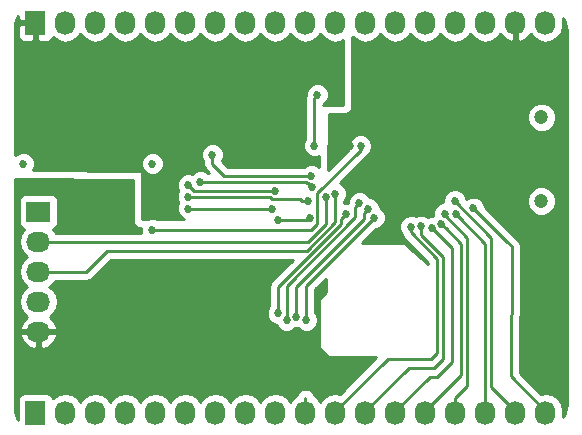
<source format=gbl>
%TF.GenerationSoftware,KiCad,Pcbnew,4.0.5-e0-6337~49~ubuntu16.04.1*%
%TF.CreationDate,2017-08-14T14:58:42-07:00*%
%TF.ProjectId,atsamd21g18-breakout,617473616D6432316731382D62726561,1.0*%
%TF.FileFunction,Copper,L2,Bot,Signal*%
%FSLAX46Y46*%
G04 Gerber Fmt 4.6, Leading zero omitted, Abs format (unit mm)*
G04 Created by KiCad (PCBNEW 4.0.5-e0-6337~49~ubuntu16.04.1) date Mon Aug 14 14:58:42 2017*
%MOMM*%
%LPD*%
G01*
G04 APERTURE LIST*
%ADD10C,0.350000*%
%ADD11C,1.200000*%
%ADD12R,1.727200X2.032000*%
%ADD13O,1.727200X2.032000*%
%ADD14R,2.032000X1.727200*%
%ADD15O,2.032000X1.727200*%
%ADD16C,0.685800*%
%ADD17C,0.254000*%
%ADD18C,0.330200*%
%ADD19C,0.350000*%
G04 APERTURE END LIST*
D10*
D11*
X64897000Y-44717200D03*
X64897000Y-37617200D03*
D12*
X22072600Y-29616400D03*
D13*
X24612600Y-29616400D03*
X27152600Y-29616400D03*
X29692600Y-29616400D03*
X32232600Y-29616400D03*
X34772600Y-29616400D03*
X37312600Y-29616400D03*
X39852600Y-29616400D03*
X42392600Y-29616400D03*
X44932600Y-29616400D03*
X47472600Y-29616400D03*
X50012600Y-29616400D03*
X52552600Y-29616400D03*
X55092600Y-29616400D03*
X57632600Y-29616400D03*
X60172600Y-29616400D03*
X62712600Y-29616400D03*
X65252600Y-29616400D03*
D12*
X22072600Y-62636400D03*
D13*
X24612600Y-62636400D03*
X27152600Y-62636400D03*
X29692600Y-62636400D03*
X32232600Y-62636400D03*
X34772600Y-62636400D03*
X37312600Y-62636400D03*
X39852600Y-62636400D03*
X42392600Y-62636400D03*
X44932600Y-62636400D03*
X47472600Y-62636400D03*
X50012600Y-62636400D03*
X52552600Y-62636400D03*
X55092600Y-62636400D03*
X57632600Y-62636400D03*
X60172600Y-62636400D03*
X62712600Y-62636400D03*
X65252600Y-62636400D03*
D14*
X22326600Y-45618400D03*
D15*
X22326600Y-48158400D03*
X22326600Y-50698400D03*
X22326600Y-53238400D03*
X22326600Y-55778400D03*
D16*
X31978600Y-41554400D03*
X21056600Y-41554400D03*
X48996600Y-42824400D03*
X50647600Y-44221400D03*
X51155600Y-34315400D03*
X28422600Y-43586400D03*
X49250600Y-59080400D03*
X46202600Y-60604400D03*
X30962600Y-54762400D03*
X33248600Y-53746400D03*
X63637194Y-54670994D03*
X52806600Y-47396400D03*
X58625566Y-43815023D03*
X50647600Y-41371983D03*
X54584600Y-37490400D03*
X49504600Y-35458400D03*
X54584600Y-40157400D03*
X48711724Y-40029268D03*
X63474600Y-50698400D03*
X58581200Y-39522400D03*
X45275490Y-46147042D03*
X42619601Y-46365399D03*
X41614968Y-41419439D03*
X31978600Y-45364400D03*
X39090600Y-41427400D03*
X31978600Y-47142400D03*
X49600139Y-40061861D03*
X46629209Y-44375530D03*
X47472600Y-44094400D03*
X35026600Y-45364400D03*
X42138600Y-45364400D03*
X45110398Y-44737175D03*
X35026600Y-44348400D03*
X35026600Y-43332400D03*
X42392600Y-43840400D03*
X45948600Y-35712400D03*
X45694600Y-40030400D03*
X42628345Y-54240047D03*
X48339922Y-45831155D03*
X43327209Y-54789530D03*
X49504600Y-44856400D03*
X44170600Y-54508400D03*
X50266600Y-45364400D03*
X45013991Y-54789530D03*
X50774600Y-46126400D03*
X53849185Y-46892309D03*
X54737839Y-46867078D03*
X55619729Y-46979386D03*
X56447555Y-46655277D03*
X56713941Y-45788399D03*
X57651011Y-45826733D03*
X57574781Y-44712353D03*
X59133282Y-45318932D03*
X45509570Y-43547054D03*
X36042600Y-43078400D03*
X37058600Y-40792400D03*
X45440600Y-42570400D03*
D17*
X42619601Y-46365399D02*
X45057133Y-46365399D01*
X45057133Y-46365399D02*
X45275490Y-46147042D01*
X45948600Y-44059947D02*
X49600139Y-40408408D01*
X49600139Y-40408408D02*
X49600139Y-40061861D01*
X45948600Y-46634400D02*
X45948600Y-44059947D01*
X45440600Y-47142400D02*
X31978600Y-47142400D01*
X45948600Y-46634400D02*
X45440600Y-47142400D01*
X45948600Y-46634400D02*
X45694600Y-46888400D01*
X46629209Y-44375530D02*
X46629209Y-46692607D01*
X46629209Y-46692607D02*
X45163416Y-48158400D01*
X45163416Y-48158400D02*
X25374600Y-48158400D01*
X25374600Y-48158400D02*
X22326600Y-48158400D01*
X26390600Y-50698400D02*
X22326600Y-50698400D01*
X47472600Y-46495808D02*
X45048008Y-48920400D01*
X47472600Y-44094400D02*
X47472600Y-46495808D01*
X45048008Y-48920400D02*
X43916600Y-48920400D01*
X42392600Y-48920400D02*
X28168600Y-48920400D01*
X43154600Y-48920400D02*
X42392600Y-48920400D01*
X43408600Y-48920400D02*
X43916600Y-48920400D01*
X42392600Y-48920400D02*
X43916600Y-48920400D01*
X28168600Y-48920400D02*
X26390600Y-50698400D01*
X43408600Y-48920400D02*
X43027600Y-48920400D01*
X35280600Y-45364400D02*
X35026600Y-45364400D01*
X42138600Y-45364400D02*
X35280600Y-45364400D01*
X41904410Y-44348400D02*
X42111386Y-44555376D01*
X42111386Y-44555376D02*
X44443666Y-44555376D01*
X44625465Y-44737175D02*
X45110398Y-44737175D01*
X44443666Y-44555376D02*
X44625465Y-44737175D01*
X35026600Y-44348400D02*
X41904410Y-44348400D01*
X36296600Y-43840400D02*
X35534600Y-43840400D01*
X35534600Y-43840400D02*
X35026600Y-43332400D01*
X42392600Y-43840400D02*
X36296600Y-43840400D01*
X45694600Y-40030400D02*
X45694600Y-35966400D01*
X45694600Y-35966400D02*
X45948600Y-35712400D01*
X42628345Y-53755114D02*
X42628345Y-54240047D01*
X47929809Y-46685191D02*
X42628345Y-51986655D01*
X47929810Y-46241267D02*
X47929809Y-46685191D01*
X48339922Y-45831155D02*
X47929810Y-46241267D01*
X42628345Y-51986655D02*
X42628345Y-53755114D01*
X43327209Y-51934383D02*
X43327209Y-54304597D01*
X49161701Y-46099891D02*
X43327209Y-51934383D01*
X49161701Y-45199299D02*
X49161701Y-46099891D01*
X43327209Y-54304597D02*
X43327209Y-54789530D01*
X49504600Y-44856400D02*
X49161701Y-45199299D01*
X44170600Y-51968400D02*
X44170600Y-54508400D01*
X46202600Y-49936400D02*
X44170600Y-51968400D01*
X49923701Y-46215299D02*
X46202600Y-49936400D01*
X49923701Y-46099892D02*
X49923701Y-46215299D01*
X49923701Y-45707299D02*
X49923701Y-46099892D01*
X50266600Y-45364400D02*
X49923701Y-45707299D01*
X45013991Y-54304597D02*
X45013991Y-54789530D01*
X50774600Y-46126400D02*
X45013991Y-51887009D01*
X45013991Y-51887009D02*
X45013991Y-54304597D01*
X44932600Y-61366400D02*
X44932600Y-62636400D01*
X47472600Y-62484000D02*
X51892200Y-58064400D01*
X56108600Y-49636657D02*
X53849185Y-47377242D01*
X47472600Y-62636400D02*
X47472600Y-62484000D01*
X51892200Y-58064400D02*
X55600600Y-58064400D01*
X55600600Y-58064400D02*
X56108600Y-57556400D01*
X56108600Y-57556400D02*
X56108600Y-49636657D01*
X53849185Y-47377242D02*
X53849185Y-46892309D01*
X54737839Y-47352011D02*
X54737839Y-46867078D01*
X56616600Y-58064400D02*
X56616600Y-49451586D01*
X53670200Y-58826400D02*
X55854600Y-58826400D01*
X55854600Y-58826400D02*
X56616600Y-58064400D01*
X54737839Y-47572825D02*
X54737839Y-47352011D01*
X50012600Y-62484000D02*
X53670200Y-58826400D01*
X50012600Y-62636400D02*
X50012600Y-62484000D01*
X56616600Y-49451586D02*
X54737839Y-47572825D01*
X55448200Y-59588400D02*
X56108600Y-59588400D01*
X56108600Y-59588400D02*
X57378600Y-58318400D01*
X57378600Y-48738257D02*
X55962628Y-47322285D01*
X52552600Y-62636400D02*
X52552600Y-62484000D01*
X52552600Y-62484000D02*
X55448200Y-59588400D01*
X55962628Y-47322285D02*
X55619729Y-46979386D01*
X57378600Y-58318400D02*
X57378600Y-48738257D01*
X56790454Y-46998176D02*
X56447555Y-46655277D01*
X55092600Y-62484000D02*
X58140600Y-59436000D01*
X55092600Y-62636400D02*
X55092600Y-62484000D01*
X58140600Y-59436000D02*
X58140600Y-48348322D01*
X58140600Y-48348322D02*
X56790454Y-46998176D01*
X58648600Y-47820124D02*
X56713941Y-45885465D01*
X58648600Y-60350400D02*
X58648600Y-47820124D01*
X57632600Y-61366400D02*
X58648600Y-60350400D01*
X57632600Y-62636400D02*
X57632600Y-61366400D01*
X56713941Y-45885465D02*
X56713941Y-45788399D01*
X57993910Y-46169632D02*
X57651011Y-45826733D01*
X60172600Y-48348322D02*
X57993910Y-46169632D01*
X60172600Y-62636400D02*
X60172600Y-48348322D01*
X60680600Y-60452000D02*
X60680600Y-47818172D01*
X60680600Y-47818172D02*
X57574781Y-44712353D01*
X62712600Y-62636400D02*
X62712600Y-62484000D01*
X62712600Y-62484000D02*
X60680600Y-60452000D01*
X65252600Y-62484000D02*
X62333785Y-59565185D01*
X62333785Y-54347905D02*
X62379150Y-54302540D01*
X62379150Y-48564800D02*
X61696600Y-47882250D01*
X65252600Y-62636400D02*
X65252600Y-62484000D01*
X62333785Y-59565185D02*
X62333785Y-54347905D01*
X62379150Y-54302540D02*
X62379150Y-48564800D01*
X61696600Y-47882250D02*
X61972750Y-48158400D01*
X59133282Y-45318932D02*
X61696600Y-47882250D01*
X36042600Y-43078400D02*
X44948166Y-43078400D01*
X44948166Y-43078400D02*
X45073921Y-43204155D01*
X45166671Y-43204155D02*
X45509570Y-43547054D01*
X45073921Y-43204155D02*
X45166671Y-43204155D01*
X38074600Y-42570400D02*
X37058600Y-41554400D01*
X37058600Y-41554400D02*
X37058600Y-40792400D01*
X45440600Y-42570400D02*
X38074600Y-42570400D01*
G36*
X30295946Y-42944123D02*
X30295946Y-46380400D01*
X30339373Y-46611195D01*
X30475773Y-46823167D01*
X30683895Y-46965371D01*
X30930946Y-47015400D01*
X31000810Y-47015400D01*
X31000531Y-47336063D01*
X31025462Y-47396400D01*
X23769912Y-47396400D01*
X23571015Y-47098730D01*
X23556687Y-47089157D01*
X23577917Y-47085162D01*
X23794041Y-46946090D01*
X23939031Y-46733890D01*
X23990040Y-46482000D01*
X23990040Y-44754800D01*
X23945762Y-44519483D01*
X23806690Y-44303359D01*
X23594490Y-44158369D01*
X23342600Y-44107360D01*
X21310600Y-44107360D01*
X21075283Y-44151638D01*
X20859159Y-44290710D01*
X20714169Y-44502910D01*
X20663160Y-44754800D01*
X20663160Y-46482000D01*
X20707438Y-46717317D01*
X20846510Y-46933441D01*
X21058710Y-47078431D01*
X21100039Y-47086800D01*
X21082185Y-47098730D01*
X20757329Y-47584911D01*
X20643255Y-48158400D01*
X20757329Y-48731889D01*
X21082185Y-49218070D01*
X21396966Y-49428400D01*
X21082185Y-49638730D01*
X20757329Y-50124911D01*
X20643255Y-50698400D01*
X20757329Y-51271889D01*
X21082185Y-51758070D01*
X21396966Y-51968400D01*
X21082185Y-52178730D01*
X20757329Y-52664911D01*
X20643255Y-53238400D01*
X20757329Y-53811889D01*
X21082185Y-54298070D01*
X21391669Y-54504861D01*
X20975868Y-54876364D01*
X20721891Y-55403609D01*
X20719242Y-55419374D01*
X20840383Y-55651400D01*
X22199600Y-55651400D01*
X22199600Y-55631400D01*
X22453600Y-55631400D01*
X22453600Y-55651400D01*
X23812817Y-55651400D01*
X23933958Y-55419374D01*
X23931309Y-55403609D01*
X23677332Y-54876364D01*
X23261531Y-54504861D01*
X23571015Y-54298070D01*
X23895871Y-53811889D01*
X24009945Y-53238400D01*
X23895871Y-52664911D01*
X23571015Y-52178730D01*
X23256234Y-51968400D01*
X23571015Y-51758070D01*
X23769912Y-51460400D01*
X26390600Y-51460400D01*
X26682205Y-51402396D01*
X26929415Y-51237215D01*
X28484231Y-49682400D01*
X43854970Y-49682400D01*
X42089530Y-51447840D01*
X41924349Y-51695050D01*
X41866345Y-51986655D01*
X41866345Y-53618964D01*
X41799805Y-53685388D01*
X41650615Y-54044677D01*
X41650276Y-54433710D01*
X41798838Y-54793259D01*
X42073686Y-55068587D01*
X42432975Y-55217777D01*
X42446072Y-55217788D01*
X42497702Y-55342742D01*
X42772550Y-55618070D01*
X43131839Y-55767260D01*
X43520872Y-55767599D01*
X43880421Y-55619037D01*
X44013527Y-55486163D01*
X44327929Y-55486437D01*
X44459332Y-55618070D01*
X44818621Y-55767260D01*
X45207654Y-55767599D01*
X45567203Y-55619037D01*
X45842531Y-55344189D01*
X45991721Y-54984900D01*
X45992060Y-54595867D01*
X45843498Y-54236318D01*
X45775991Y-54168693D01*
X45775991Y-52202639D01*
X46673923Y-51304707D01*
X46708946Y-52425448D01*
X46112797Y-53021597D01*
X46085606Y-53061990D01*
X46075600Y-53111400D01*
X46075600Y-57048400D01*
X46084934Y-57096189D01*
X46112797Y-57138203D01*
X46874797Y-57900203D01*
X46915190Y-57927394D01*
X46964600Y-57937400D01*
X50941569Y-57937400D01*
X47850705Y-61028265D01*
X47472600Y-60953055D01*
X46899111Y-61067129D01*
X46412930Y-61391985D01*
X46202600Y-61706766D01*
X45992270Y-61391985D01*
X45654842Y-61166523D01*
X45636596Y-61074795D01*
X45471415Y-60827585D01*
X45224205Y-60662404D01*
X44932600Y-60604400D01*
X44640995Y-60662404D01*
X44393785Y-60827585D01*
X44228604Y-61074795D01*
X44210358Y-61166523D01*
X43872930Y-61391985D01*
X43662600Y-61706766D01*
X43452270Y-61391985D01*
X42966089Y-61067129D01*
X42392600Y-60953055D01*
X41819111Y-61067129D01*
X41332930Y-61391985D01*
X41122600Y-61706766D01*
X40912270Y-61391985D01*
X40426089Y-61067129D01*
X39852600Y-60953055D01*
X39279111Y-61067129D01*
X38792930Y-61391985D01*
X38582600Y-61706766D01*
X38372270Y-61391985D01*
X37886089Y-61067129D01*
X37312600Y-60953055D01*
X36739111Y-61067129D01*
X36252930Y-61391985D01*
X36042600Y-61706766D01*
X35832270Y-61391985D01*
X35346089Y-61067129D01*
X34772600Y-60953055D01*
X34199111Y-61067129D01*
X33712930Y-61391985D01*
X33502600Y-61706766D01*
X33292270Y-61391985D01*
X32806089Y-61067129D01*
X32232600Y-60953055D01*
X31659111Y-61067129D01*
X31172930Y-61391985D01*
X30962600Y-61706766D01*
X30752270Y-61391985D01*
X30266089Y-61067129D01*
X29692600Y-60953055D01*
X29119111Y-61067129D01*
X28632930Y-61391985D01*
X28422600Y-61706766D01*
X28212270Y-61391985D01*
X27726089Y-61067129D01*
X27152600Y-60953055D01*
X26579111Y-61067129D01*
X26092930Y-61391985D01*
X25882600Y-61706766D01*
X25672270Y-61391985D01*
X25186089Y-61067129D01*
X24612600Y-60953055D01*
X24039111Y-61067129D01*
X23552930Y-61391985D01*
X23543357Y-61406313D01*
X23539362Y-61385083D01*
X23400290Y-61168959D01*
X23188090Y-61023969D01*
X22936200Y-60972960D01*
X21209000Y-60972960D01*
X20973683Y-61017238D01*
X20757559Y-61156310D01*
X20612569Y-61368510D01*
X20561560Y-61620400D01*
X20561560Y-63218142D01*
X20474545Y-63087916D01*
X20370800Y-62566351D01*
X20370800Y-56137426D01*
X20719242Y-56137426D01*
X20721891Y-56153191D01*
X20975868Y-56680436D01*
X21412280Y-57070354D01*
X21964687Y-57263584D01*
X22199600Y-57119324D01*
X22199600Y-55905400D01*
X22453600Y-55905400D01*
X22453600Y-57119324D01*
X22688513Y-57263584D01*
X23240920Y-57070354D01*
X23677332Y-56680436D01*
X23931309Y-56153191D01*
X23933958Y-56137426D01*
X23812817Y-55905400D01*
X22453600Y-55905400D01*
X22199600Y-55905400D01*
X20840383Y-55905400D01*
X20719242Y-56137426D01*
X20370800Y-56137426D01*
X20370800Y-42829713D01*
X30295946Y-42944123D01*
X30295946Y-42944123D01*
G37*
X30295946Y-42944123D02*
X30295946Y-46380400D01*
X30339373Y-46611195D01*
X30475773Y-46823167D01*
X30683895Y-46965371D01*
X30930946Y-47015400D01*
X31000810Y-47015400D01*
X31000531Y-47336063D01*
X31025462Y-47396400D01*
X23769912Y-47396400D01*
X23571015Y-47098730D01*
X23556687Y-47089157D01*
X23577917Y-47085162D01*
X23794041Y-46946090D01*
X23939031Y-46733890D01*
X23990040Y-46482000D01*
X23990040Y-44754800D01*
X23945762Y-44519483D01*
X23806690Y-44303359D01*
X23594490Y-44158369D01*
X23342600Y-44107360D01*
X21310600Y-44107360D01*
X21075283Y-44151638D01*
X20859159Y-44290710D01*
X20714169Y-44502910D01*
X20663160Y-44754800D01*
X20663160Y-46482000D01*
X20707438Y-46717317D01*
X20846510Y-46933441D01*
X21058710Y-47078431D01*
X21100039Y-47086800D01*
X21082185Y-47098730D01*
X20757329Y-47584911D01*
X20643255Y-48158400D01*
X20757329Y-48731889D01*
X21082185Y-49218070D01*
X21396966Y-49428400D01*
X21082185Y-49638730D01*
X20757329Y-50124911D01*
X20643255Y-50698400D01*
X20757329Y-51271889D01*
X21082185Y-51758070D01*
X21396966Y-51968400D01*
X21082185Y-52178730D01*
X20757329Y-52664911D01*
X20643255Y-53238400D01*
X20757329Y-53811889D01*
X21082185Y-54298070D01*
X21391669Y-54504861D01*
X20975868Y-54876364D01*
X20721891Y-55403609D01*
X20719242Y-55419374D01*
X20840383Y-55651400D01*
X22199600Y-55651400D01*
X22199600Y-55631400D01*
X22453600Y-55631400D01*
X22453600Y-55651400D01*
X23812817Y-55651400D01*
X23933958Y-55419374D01*
X23931309Y-55403609D01*
X23677332Y-54876364D01*
X23261531Y-54504861D01*
X23571015Y-54298070D01*
X23895871Y-53811889D01*
X24009945Y-53238400D01*
X23895871Y-52664911D01*
X23571015Y-52178730D01*
X23256234Y-51968400D01*
X23571015Y-51758070D01*
X23769912Y-51460400D01*
X26390600Y-51460400D01*
X26682205Y-51402396D01*
X26929415Y-51237215D01*
X28484231Y-49682400D01*
X43854970Y-49682400D01*
X42089530Y-51447840D01*
X41924349Y-51695050D01*
X41866345Y-51986655D01*
X41866345Y-53618964D01*
X41799805Y-53685388D01*
X41650615Y-54044677D01*
X41650276Y-54433710D01*
X41798838Y-54793259D01*
X42073686Y-55068587D01*
X42432975Y-55217777D01*
X42446072Y-55217788D01*
X42497702Y-55342742D01*
X42772550Y-55618070D01*
X43131839Y-55767260D01*
X43520872Y-55767599D01*
X43880421Y-55619037D01*
X44013527Y-55486163D01*
X44327929Y-55486437D01*
X44459332Y-55618070D01*
X44818621Y-55767260D01*
X45207654Y-55767599D01*
X45567203Y-55619037D01*
X45842531Y-55344189D01*
X45991721Y-54984900D01*
X45992060Y-54595867D01*
X45843498Y-54236318D01*
X45775991Y-54168693D01*
X45775991Y-52202639D01*
X46673923Y-51304707D01*
X46708946Y-52425448D01*
X46112797Y-53021597D01*
X46085606Y-53061990D01*
X46075600Y-53111400D01*
X46075600Y-57048400D01*
X46084934Y-57096189D01*
X46112797Y-57138203D01*
X46874797Y-57900203D01*
X46915190Y-57927394D01*
X46964600Y-57937400D01*
X50941569Y-57937400D01*
X47850705Y-61028265D01*
X47472600Y-60953055D01*
X46899111Y-61067129D01*
X46412930Y-61391985D01*
X46202600Y-61706766D01*
X45992270Y-61391985D01*
X45654842Y-61166523D01*
X45636596Y-61074795D01*
X45471415Y-60827585D01*
X45224205Y-60662404D01*
X44932600Y-60604400D01*
X44640995Y-60662404D01*
X44393785Y-60827585D01*
X44228604Y-61074795D01*
X44210358Y-61166523D01*
X43872930Y-61391985D01*
X43662600Y-61706766D01*
X43452270Y-61391985D01*
X42966089Y-61067129D01*
X42392600Y-60953055D01*
X41819111Y-61067129D01*
X41332930Y-61391985D01*
X41122600Y-61706766D01*
X40912270Y-61391985D01*
X40426089Y-61067129D01*
X39852600Y-60953055D01*
X39279111Y-61067129D01*
X38792930Y-61391985D01*
X38582600Y-61706766D01*
X38372270Y-61391985D01*
X37886089Y-61067129D01*
X37312600Y-60953055D01*
X36739111Y-61067129D01*
X36252930Y-61391985D01*
X36042600Y-61706766D01*
X35832270Y-61391985D01*
X35346089Y-61067129D01*
X34772600Y-60953055D01*
X34199111Y-61067129D01*
X33712930Y-61391985D01*
X33502600Y-61706766D01*
X33292270Y-61391985D01*
X32806089Y-61067129D01*
X32232600Y-60953055D01*
X31659111Y-61067129D01*
X31172930Y-61391985D01*
X30962600Y-61706766D01*
X30752270Y-61391985D01*
X30266089Y-61067129D01*
X29692600Y-60953055D01*
X29119111Y-61067129D01*
X28632930Y-61391985D01*
X28422600Y-61706766D01*
X28212270Y-61391985D01*
X27726089Y-61067129D01*
X27152600Y-60953055D01*
X26579111Y-61067129D01*
X26092930Y-61391985D01*
X25882600Y-61706766D01*
X25672270Y-61391985D01*
X25186089Y-61067129D01*
X24612600Y-60953055D01*
X24039111Y-61067129D01*
X23552930Y-61391985D01*
X23543357Y-61406313D01*
X23539362Y-61385083D01*
X23400290Y-61168959D01*
X23188090Y-61023969D01*
X22936200Y-60972960D01*
X21209000Y-60972960D01*
X20973683Y-61017238D01*
X20757559Y-61156310D01*
X20612569Y-61368510D01*
X20561560Y-61620400D01*
X20561560Y-63218142D01*
X20474545Y-63087916D01*
X20370800Y-62566351D01*
X20370800Y-56137426D01*
X20719242Y-56137426D01*
X20721891Y-56153191D01*
X20975868Y-56680436D01*
X21412280Y-57070354D01*
X21964687Y-57263584D01*
X22199600Y-57119324D01*
X22199600Y-55905400D01*
X22453600Y-55905400D01*
X22453600Y-57119324D01*
X22688513Y-57263584D01*
X23240920Y-57070354D01*
X23677332Y-56680436D01*
X23931309Y-56153191D01*
X23933958Y-56137426D01*
X23812817Y-55905400D01*
X22453600Y-55905400D01*
X22199600Y-55905400D01*
X20840383Y-55905400D01*
X20719242Y-56137426D01*
X20370800Y-56137426D01*
X20370800Y-42829713D01*
X30295946Y-42944123D01*
G36*
X66929319Y-29556882D02*
X67081400Y-30321444D01*
X67081400Y-61931356D01*
X66929319Y-62695918D01*
X66711167Y-63022406D01*
X66751200Y-62821145D01*
X66751200Y-62451655D01*
X66637126Y-61878166D01*
X66312270Y-61391985D01*
X65826089Y-61067129D01*
X65252600Y-60953055D01*
X64874495Y-61028265D01*
X63095785Y-59249555D01*
X63095785Y-54530605D01*
X63141150Y-54302540D01*
X63141150Y-48564800D01*
X63083146Y-48273195D01*
X63033866Y-48199442D01*
X62917965Y-48025984D01*
X62235415Y-47343435D01*
X60111269Y-45219289D01*
X60111351Y-45125269D01*
X60043799Y-44961779D01*
X63661786Y-44961779D01*
X63849408Y-45415857D01*
X64196515Y-45763571D01*
X64650266Y-45951985D01*
X65141579Y-45952414D01*
X65595657Y-45764792D01*
X65943371Y-45417685D01*
X66131785Y-44963934D01*
X66132214Y-44472621D01*
X65944592Y-44018543D01*
X65597485Y-43670829D01*
X65143734Y-43482415D01*
X64652421Y-43481986D01*
X64198343Y-43669608D01*
X63850629Y-44016715D01*
X63662215Y-44470466D01*
X63661786Y-44961779D01*
X60043799Y-44961779D01*
X59962789Y-44765720D01*
X59687941Y-44490392D01*
X59328652Y-44341202D01*
X58939619Y-44340863D01*
X58580070Y-44489425D01*
X58552238Y-44517209D01*
X58404288Y-44159141D01*
X58129440Y-43883813D01*
X57770151Y-43734623D01*
X57381118Y-43734284D01*
X57021569Y-43882846D01*
X56746241Y-44157694D01*
X56597051Y-44516983D01*
X56596795Y-44810397D01*
X56520278Y-44810330D01*
X56160729Y-44958892D01*
X55885401Y-45233740D01*
X55736211Y-45593029D01*
X55735872Y-45982062D01*
X55736429Y-45983409D01*
X55718234Y-46001572D01*
X55426066Y-46001317D01*
X55305197Y-46051259D01*
X55292498Y-46038538D01*
X54933209Y-45889348D01*
X54544176Y-45889009D01*
X54262883Y-46005237D01*
X54044555Y-45914579D01*
X53655522Y-45914240D01*
X53295973Y-46062802D01*
X53020645Y-46337650D01*
X52871455Y-46696939D01*
X52871116Y-47085972D01*
X53019678Y-47445521D01*
X53120945Y-47546965D01*
X53145189Y-47668847D01*
X53262763Y-47844808D01*
X53310370Y-47916057D01*
X55346600Y-49952288D01*
X55346600Y-50070339D01*
X53399559Y-48318002D01*
X53364010Y-48295406D01*
X53314600Y-48285400D01*
X49693231Y-48285400D01*
X50874244Y-47104387D01*
X50968263Y-47104469D01*
X51327812Y-46955907D01*
X51603140Y-46681059D01*
X51752330Y-46321770D01*
X51752669Y-45932737D01*
X51604107Y-45573188D01*
X51329259Y-45297860D01*
X51244589Y-45262702D01*
X51244669Y-45170737D01*
X51096107Y-44811188D01*
X50821259Y-44535860D01*
X50461970Y-44386670D01*
X50368567Y-44386589D01*
X50334107Y-44303188D01*
X50059259Y-44027860D01*
X49699970Y-43878670D01*
X49310937Y-43878331D01*
X48951388Y-44026893D01*
X48676060Y-44301741D01*
X48526870Y-44661030D01*
X48526745Y-44804369D01*
X48493991Y-44853389D01*
X48234600Y-44853163D01*
X48234600Y-44715483D01*
X48301140Y-44649059D01*
X48450330Y-44289770D01*
X48450669Y-43900737D01*
X48302107Y-43541188D01*
X48027259Y-43265860D01*
X47881035Y-43205142D01*
X50138954Y-40947223D01*
X50176921Y-40890401D01*
X50222196Y-40822643D01*
X50428679Y-40616520D01*
X50577869Y-40257231D01*
X50578208Y-39868198D01*
X50429646Y-39508649D01*
X50154798Y-39233321D01*
X49795509Y-39084131D01*
X49406476Y-39083792D01*
X49046927Y-39232354D01*
X48771599Y-39507202D01*
X48622409Y-39866491D01*
X48622070Y-40255524D01*
X48637661Y-40293256D01*
X46850382Y-42080535D01*
X46893946Y-37861779D01*
X63661786Y-37861779D01*
X63849408Y-38315857D01*
X64196515Y-38663571D01*
X64650266Y-38851985D01*
X65141579Y-38852414D01*
X65595657Y-38664792D01*
X65943371Y-38317685D01*
X66131785Y-37863934D01*
X66132214Y-37372621D01*
X65944592Y-36918543D01*
X65597485Y-36570829D01*
X65143734Y-36382415D01*
X64652421Y-36381986D01*
X64198343Y-36569608D01*
X63850629Y-36916715D01*
X63662215Y-37370466D01*
X63661786Y-37861779D01*
X46893946Y-37861779D01*
X46899423Y-37331400D01*
X48270946Y-37331400D01*
X48501741Y-37287973D01*
X48713713Y-37151573D01*
X48855917Y-36943451D01*
X48905946Y-36696400D01*
X48905946Y-30790499D01*
X48952930Y-30860815D01*
X49439111Y-31185671D01*
X50012600Y-31299745D01*
X50586089Y-31185671D01*
X51072270Y-30860815D01*
X51282600Y-30546034D01*
X51492930Y-30860815D01*
X51979111Y-31185671D01*
X52552600Y-31299745D01*
X53126089Y-31185671D01*
X53612270Y-30860815D01*
X53822600Y-30546034D01*
X54032930Y-30860815D01*
X54519111Y-31185671D01*
X55092600Y-31299745D01*
X55666089Y-31185671D01*
X56152270Y-30860815D01*
X56362600Y-30546034D01*
X56572930Y-30860815D01*
X57059111Y-31185671D01*
X57632600Y-31299745D01*
X58206089Y-31185671D01*
X58692270Y-30860815D01*
X58902600Y-30546034D01*
X59112930Y-30860815D01*
X59599111Y-31185671D01*
X60172600Y-31299745D01*
X60746089Y-31185671D01*
X61232270Y-30860815D01*
X61439061Y-30551331D01*
X61810564Y-30967132D01*
X62337809Y-31221109D01*
X62353574Y-31223758D01*
X62585600Y-31102617D01*
X62585600Y-29743400D01*
X62565600Y-29743400D01*
X62565600Y-29489400D01*
X62585600Y-29489400D01*
X62585600Y-29469400D01*
X62839600Y-29469400D01*
X62839600Y-29489400D01*
X62859600Y-29489400D01*
X62859600Y-29743400D01*
X62839600Y-29743400D01*
X62839600Y-31102617D01*
X63071626Y-31223758D01*
X63087391Y-31221109D01*
X63614636Y-30967132D01*
X63986139Y-30551331D01*
X64192930Y-30860815D01*
X64679111Y-31185671D01*
X65252600Y-31299745D01*
X65826089Y-31185671D01*
X66312270Y-30860815D01*
X66637126Y-30374634D01*
X66751200Y-29801145D01*
X66751200Y-29431655D01*
X66711167Y-29230394D01*
X66929319Y-29556882D01*
X66929319Y-29556882D01*
G37*
X66929319Y-29556882D02*
X67081400Y-30321444D01*
X67081400Y-61931356D01*
X66929319Y-62695918D01*
X66711167Y-63022406D01*
X66751200Y-62821145D01*
X66751200Y-62451655D01*
X66637126Y-61878166D01*
X66312270Y-61391985D01*
X65826089Y-61067129D01*
X65252600Y-60953055D01*
X64874495Y-61028265D01*
X63095785Y-59249555D01*
X63095785Y-54530605D01*
X63141150Y-54302540D01*
X63141150Y-48564800D01*
X63083146Y-48273195D01*
X63033866Y-48199442D01*
X62917965Y-48025984D01*
X62235415Y-47343435D01*
X60111269Y-45219289D01*
X60111351Y-45125269D01*
X60043799Y-44961779D01*
X63661786Y-44961779D01*
X63849408Y-45415857D01*
X64196515Y-45763571D01*
X64650266Y-45951985D01*
X65141579Y-45952414D01*
X65595657Y-45764792D01*
X65943371Y-45417685D01*
X66131785Y-44963934D01*
X66132214Y-44472621D01*
X65944592Y-44018543D01*
X65597485Y-43670829D01*
X65143734Y-43482415D01*
X64652421Y-43481986D01*
X64198343Y-43669608D01*
X63850629Y-44016715D01*
X63662215Y-44470466D01*
X63661786Y-44961779D01*
X60043799Y-44961779D01*
X59962789Y-44765720D01*
X59687941Y-44490392D01*
X59328652Y-44341202D01*
X58939619Y-44340863D01*
X58580070Y-44489425D01*
X58552238Y-44517209D01*
X58404288Y-44159141D01*
X58129440Y-43883813D01*
X57770151Y-43734623D01*
X57381118Y-43734284D01*
X57021569Y-43882846D01*
X56746241Y-44157694D01*
X56597051Y-44516983D01*
X56596795Y-44810397D01*
X56520278Y-44810330D01*
X56160729Y-44958892D01*
X55885401Y-45233740D01*
X55736211Y-45593029D01*
X55735872Y-45982062D01*
X55736429Y-45983409D01*
X55718234Y-46001572D01*
X55426066Y-46001317D01*
X55305197Y-46051259D01*
X55292498Y-46038538D01*
X54933209Y-45889348D01*
X54544176Y-45889009D01*
X54262883Y-46005237D01*
X54044555Y-45914579D01*
X53655522Y-45914240D01*
X53295973Y-46062802D01*
X53020645Y-46337650D01*
X52871455Y-46696939D01*
X52871116Y-47085972D01*
X53019678Y-47445521D01*
X53120945Y-47546965D01*
X53145189Y-47668847D01*
X53262763Y-47844808D01*
X53310370Y-47916057D01*
X55346600Y-49952288D01*
X55346600Y-50070339D01*
X53399559Y-48318002D01*
X53364010Y-48295406D01*
X53314600Y-48285400D01*
X49693231Y-48285400D01*
X50874244Y-47104387D01*
X50968263Y-47104469D01*
X51327812Y-46955907D01*
X51603140Y-46681059D01*
X51752330Y-46321770D01*
X51752669Y-45932737D01*
X51604107Y-45573188D01*
X51329259Y-45297860D01*
X51244589Y-45262702D01*
X51244669Y-45170737D01*
X51096107Y-44811188D01*
X50821259Y-44535860D01*
X50461970Y-44386670D01*
X50368567Y-44386589D01*
X50334107Y-44303188D01*
X50059259Y-44027860D01*
X49699970Y-43878670D01*
X49310937Y-43878331D01*
X48951388Y-44026893D01*
X48676060Y-44301741D01*
X48526870Y-44661030D01*
X48526745Y-44804369D01*
X48493991Y-44853389D01*
X48234600Y-44853163D01*
X48234600Y-44715483D01*
X48301140Y-44649059D01*
X48450330Y-44289770D01*
X48450669Y-43900737D01*
X48302107Y-43541188D01*
X48027259Y-43265860D01*
X47881035Y-43205142D01*
X50138954Y-40947223D01*
X50176921Y-40890401D01*
X50222196Y-40822643D01*
X50428679Y-40616520D01*
X50577869Y-40257231D01*
X50578208Y-39868198D01*
X50429646Y-39508649D01*
X50154798Y-39233321D01*
X49795509Y-39084131D01*
X49406476Y-39083792D01*
X49046927Y-39232354D01*
X48771599Y-39507202D01*
X48622409Y-39866491D01*
X48622070Y-40255524D01*
X48637661Y-40293256D01*
X46850382Y-42080535D01*
X46893946Y-37861779D01*
X63661786Y-37861779D01*
X63849408Y-38315857D01*
X64196515Y-38663571D01*
X64650266Y-38851985D01*
X65141579Y-38852414D01*
X65595657Y-38664792D01*
X65943371Y-38317685D01*
X66131785Y-37863934D01*
X66132214Y-37372621D01*
X65944592Y-36918543D01*
X65597485Y-36570829D01*
X65143734Y-36382415D01*
X64652421Y-36381986D01*
X64198343Y-36569608D01*
X63850629Y-36916715D01*
X63662215Y-37370466D01*
X63661786Y-37861779D01*
X46893946Y-37861779D01*
X46899423Y-37331400D01*
X48270946Y-37331400D01*
X48501741Y-37287973D01*
X48713713Y-37151573D01*
X48855917Y-36943451D01*
X48905946Y-36696400D01*
X48905946Y-30790499D01*
X48952930Y-30860815D01*
X49439111Y-31185671D01*
X50012600Y-31299745D01*
X50586089Y-31185671D01*
X51072270Y-30860815D01*
X51282600Y-30546034D01*
X51492930Y-30860815D01*
X51979111Y-31185671D01*
X52552600Y-31299745D01*
X53126089Y-31185671D01*
X53612270Y-30860815D01*
X53822600Y-30546034D01*
X54032930Y-30860815D01*
X54519111Y-31185671D01*
X55092600Y-31299745D01*
X55666089Y-31185671D01*
X56152270Y-30860815D01*
X56362600Y-30546034D01*
X56572930Y-30860815D01*
X57059111Y-31185671D01*
X57632600Y-31299745D01*
X58206089Y-31185671D01*
X58692270Y-30860815D01*
X58902600Y-30546034D01*
X59112930Y-30860815D01*
X59599111Y-31185671D01*
X60172600Y-31299745D01*
X60746089Y-31185671D01*
X61232270Y-30860815D01*
X61439061Y-30551331D01*
X61810564Y-30967132D01*
X62337809Y-31221109D01*
X62353574Y-31223758D01*
X62585600Y-31102617D01*
X62585600Y-29743400D01*
X62565600Y-29743400D01*
X62565600Y-29489400D01*
X62585600Y-29489400D01*
X62585600Y-29469400D01*
X62839600Y-29469400D01*
X62839600Y-29489400D01*
X62859600Y-29489400D01*
X62859600Y-29743400D01*
X62839600Y-29743400D01*
X62839600Y-31102617D01*
X63071626Y-31223758D01*
X63087391Y-31221109D01*
X63614636Y-30967132D01*
X63986139Y-30551331D01*
X64192930Y-30860815D01*
X64679111Y-31185671D01*
X65252600Y-31299745D01*
X65826089Y-31185671D01*
X66312270Y-30860815D01*
X66637126Y-30374634D01*
X66751200Y-29801145D01*
X66751200Y-29431655D01*
X66711167Y-29230394D01*
X66929319Y-29556882D01*
G36*
X20574000Y-29330650D02*
X20732750Y-29489400D01*
X21945600Y-29489400D01*
X21945600Y-29469400D01*
X22199600Y-29469400D01*
X22199600Y-29489400D01*
X22219600Y-29489400D01*
X22219600Y-29743400D01*
X22199600Y-29743400D01*
X22199600Y-31108650D01*
X22358350Y-31267400D01*
X23062510Y-31267400D01*
X23295899Y-31170727D01*
X23474527Y-30992098D01*
X23538100Y-30838620D01*
X23552930Y-30860815D01*
X24039111Y-31185671D01*
X24612600Y-31299745D01*
X25186089Y-31185671D01*
X25672270Y-30860815D01*
X25882600Y-30546034D01*
X26092930Y-30860815D01*
X26579111Y-31185671D01*
X27152600Y-31299745D01*
X27726089Y-31185671D01*
X28212270Y-30860815D01*
X28422600Y-30546034D01*
X28632930Y-30860815D01*
X29119111Y-31185671D01*
X29692600Y-31299745D01*
X30266089Y-31185671D01*
X30752270Y-30860815D01*
X30962600Y-30546034D01*
X31172930Y-30860815D01*
X31659111Y-31185671D01*
X32232600Y-31299745D01*
X32806089Y-31185671D01*
X33292270Y-30860815D01*
X33502600Y-30546034D01*
X33712930Y-30860815D01*
X34199111Y-31185671D01*
X34772600Y-31299745D01*
X35346089Y-31185671D01*
X35832270Y-30860815D01*
X36042600Y-30546034D01*
X36252930Y-30860815D01*
X36739111Y-31185671D01*
X37312600Y-31299745D01*
X37886089Y-31185671D01*
X38372270Y-30860815D01*
X38582600Y-30546034D01*
X38792930Y-30860815D01*
X39279111Y-31185671D01*
X39852600Y-31299745D01*
X40426089Y-31185671D01*
X40912270Y-30860815D01*
X41122600Y-30546034D01*
X41332930Y-30860815D01*
X41819111Y-31185671D01*
X42392600Y-31299745D01*
X42966089Y-31185671D01*
X43452270Y-30860815D01*
X43662600Y-30546034D01*
X43872930Y-30860815D01*
X44359111Y-31185671D01*
X44932600Y-31299745D01*
X45506089Y-31185671D01*
X45992270Y-30860815D01*
X46202600Y-30546034D01*
X46412930Y-30860815D01*
X46899111Y-31185671D01*
X47472600Y-31299745D01*
X48046089Y-31185671D01*
X48143946Y-31120285D01*
X48143946Y-36569400D01*
X46456600Y-36569400D01*
X46456600Y-36560588D01*
X46501812Y-36541907D01*
X46777140Y-36267059D01*
X46926330Y-35907770D01*
X46926669Y-35518737D01*
X46778107Y-35159188D01*
X46503259Y-34883860D01*
X46143970Y-34734670D01*
X45754937Y-34734331D01*
X45395388Y-34882893D01*
X45120060Y-35157741D01*
X44970870Y-35517030D01*
X44970645Y-35775135D01*
X44932600Y-35966400D01*
X44932600Y-39409317D01*
X44866060Y-39475741D01*
X44716870Y-39835030D01*
X44716531Y-40224063D01*
X44865093Y-40583612D01*
X45139941Y-40858940D01*
X45499230Y-41008130D01*
X45888263Y-41008469D01*
X46100317Y-40920851D01*
X46090850Y-41837618D01*
X45995259Y-41741860D01*
X45635970Y-41592670D01*
X45246937Y-41592331D01*
X44887388Y-41740893D01*
X44819763Y-41808400D01*
X38390230Y-41808400D01*
X37899389Y-41317559D01*
X38036330Y-40987770D01*
X38036669Y-40598737D01*
X37888107Y-40239188D01*
X37613259Y-39963860D01*
X37253970Y-39814670D01*
X36864937Y-39814331D01*
X36505388Y-39962893D01*
X36230060Y-40237741D01*
X36080870Y-40597030D01*
X36080531Y-40986063D01*
X36229093Y-41345612D01*
X36296600Y-41413237D01*
X36296600Y-41554400D01*
X36354604Y-41846005D01*
X36468985Y-42017188D01*
X36519785Y-42093215D01*
X36742970Y-42316400D01*
X36663683Y-42316400D01*
X36597259Y-42249860D01*
X36237970Y-42100670D01*
X35848937Y-42100331D01*
X35489388Y-42248893D01*
X35335996Y-42402018D01*
X35221970Y-42354670D01*
X34832937Y-42354331D01*
X34473388Y-42502893D01*
X34198060Y-42777741D01*
X34048870Y-43137030D01*
X34048531Y-43526063D01*
X34178548Y-43840730D01*
X34048870Y-44153030D01*
X34048531Y-44542063D01*
X34178548Y-44856730D01*
X34048870Y-45169030D01*
X34048531Y-45558063D01*
X34197093Y-45917612D01*
X34471941Y-46192940D01*
X34617545Y-46253400D01*
X32387655Y-46253400D01*
X32173970Y-46164670D01*
X31784937Y-46164331D01*
X31569373Y-46253400D01*
X31057946Y-46253400D01*
X31057946Y-42316400D01*
X31047940Y-42266990D01*
X31019499Y-42225365D01*
X30977105Y-42198085D01*
X30932410Y-42189408D01*
X21895034Y-42085232D01*
X22034330Y-41749770D01*
X22034331Y-41748063D01*
X31000531Y-41748063D01*
X31149093Y-42107612D01*
X31423941Y-42382940D01*
X31783230Y-42532130D01*
X32172263Y-42532469D01*
X32531812Y-42383907D01*
X32807140Y-42109059D01*
X32956330Y-41749770D01*
X32956669Y-41360737D01*
X32808107Y-41001188D01*
X32533259Y-40725860D01*
X32173970Y-40576670D01*
X31784937Y-40576331D01*
X31425388Y-40724893D01*
X31150060Y-40999741D01*
X31000870Y-41359030D01*
X31000531Y-41748063D01*
X22034331Y-41748063D01*
X22034669Y-41360737D01*
X21886107Y-41001188D01*
X21611259Y-40725860D01*
X21251970Y-40576670D01*
X20862937Y-40576331D01*
X20503388Y-40724893D01*
X20370800Y-40857250D01*
X20370800Y-29902150D01*
X20574000Y-29902150D01*
X20574000Y-30758709D01*
X20670673Y-30992098D01*
X20849301Y-31170727D01*
X21082690Y-31267400D01*
X21786850Y-31267400D01*
X21945600Y-31108650D01*
X21945600Y-29743400D01*
X20732750Y-29743400D01*
X20574000Y-29902150D01*
X20370800Y-29902150D01*
X20370800Y-29686449D01*
X20474545Y-29164884D01*
X20574000Y-29016041D01*
X20574000Y-29330650D01*
X20574000Y-29330650D01*
G37*
X20574000Y-29330650D02*
X20732750Y-29489400D01*
X21945600Y-29489400D01*
X21945600Y-29469400D01*
X22199600Y-29469400D01*
X22199600Y-29489400D01*
X22219600Y-29489400D01*
X22219600Y-29743400D01*
X22199600Y-29743400D01*
X22199600Y-31108650D01*
X22358350Y-31267400D01*
X23062510Y-31267400D01*
X23295899Y-31170727D01*
X23474527Y-30992098D01*
X23538100Y-30838620D01*
X23552930Y-30860815D01*
X24039111Y-31185671D01*
X24612600Y-31299745D01*
X25186089Y-31185671D01*
X25672270Y-30860815D01*
X25882600Y-30546034D01*
X26092930Y-30860815D01*
X26579111Y-31185671D01*
X27152600Y-31299745D01*
X27726089Y-31185671D01*
X28212270Y-30860815D01*
X28422600Y-30546034D01*
X28632930Y-30860815D01*
X29119111Y-31185671D01*
X29692600Y-31299745D01*
X30266089Y-31185671D01*
X30752270Y-30860815D01*
X30962600Y-30546034D01*
X31172930Y-30860815D01*
X31659111Y-31185671D01*
X32232600Y-31299745D01*
X32806089Y-31185671D01*
X33292270Y-30860815D01*
X33502600Y-30546034D01*
X33712930Y-30860815D01*
X34199111Y-31185671D01*
X34772600Y-31299745D01*
X35346089Y-31185671D01*
X35832270Y-30860815D01*
X36042600Y-30546034D01*
X36252930Y-30860815D01*
X36739111Y-31185671D01*
X37312600Y-31299745D01*
X37886089Y-31185671D01*
X38372270Y-30860815D01*
X38582600Y-30546034D01*
X38792930Y-30860815D01*
X39279111Y-31185671D01*
X39852600Y-31299745D01*
X40426089Y-31185671D01*
X40912270Y-30860815D01*
X41122600Y-30546034D01*
X41332930Y-30860815D01*
X41819111Y-31185671D01*
X42392600Y-31299745D01*
X42966089Y-31185671D01*
X43452270Y-30860815D01*
X43662600Y-30546034D01*
X43872930Y-30860815D01*
X44359111Y-31185671D01*
X44932600Y-31299745D01*
X45506089Y-31185671D01*
X45992270Y-30860815D01*
X46202600Y-30546034D01*
X46412930Y-30860815D01*
X46899111Y-31185671D01*
X47472600Y-31299745D01*
X48046089Y-31185671D01*
X48143946Y-31120285D01*
X48143946Y-36569400D01*
X46456600Y-36569400D01*
X46456600Y-36560588D01*
X46501812Y-36541907D01*
X46777140Y-36267059D01*
X46926330Y-35907770D01*
X46926669Y-35518737D01*
X46778107Y-35159188D01*
X46503259Y-34883860D01*
X46143970Y-34734670D01*
X45754937Y-34734331D01*
X45395388Y-34882893D01*
X45120060Y-35157741D01*
X44970870Y-35517030D01*
X44970645Y-35775135D01*
X44932600Y-35966400D01*
X44932600Y-39409317D01*
X44866060Y-39475741D01*
X44716870Y-39835030D01*
X44716531Y-40224063D01*
X44865093Y-40583612D01*
X45139941Y-40858940D01*
X45499230Y-41008130D01*
X45888263Y-41008469D01*
X46100317Y-40920851D01*
X46090850Y-41837618D01*
X45995259Y-41741860D01*
X45635970Y-41592670D01*
X45246937Y-41592331D01*
X44887388Y-41740893D01*
X44819763Y-41808400D01*
X38390230Y-41808400D01*
X37899389Y-41317559D01*
X38036330Y-40987770D01*
X38036669Y-40598737D01*
X37888107Y-40239188D01*
X37613259Y-39963860D01*
X37253970Y-39814670D01*
X36864937Y-39814331D01*
X36505388Y-39962893D01*
X36230060Y-40237741D01*
X36080870Y-40597030D01*
X36080531Y-40986063D01*
X36229093Y-41345612D01*
X36296600Y-41413237D01*
X36296600Y-41554400D01*
X36354604Y-41846005D01*
X36468985Y-42017188D01*
X36519785Y-42093215D01*
X36742970Y-42316400D01*
X36663683Y-42316400D01*
X36597259Y-42249860D01*
X36237970Y-42100670D01*
X35848937Y-42100331D01*
X35489388Y-42248893D01*
X35335996Y-42402018D01*
X35221970Y-42354670D01*
X34832937Y-42354331D01*
X34473388Y-42502893D01*
X34198060Y-42777741D01*
X34048870Y-43137030D01*
X34048531Y-43526063D01*
X34178548Y-43840730D01*
X34048870Y-44153030D01*
X34048531Y-44542063D01*
X34178548Y-44856730D01*
X34048870Y-45169030D01*
X34048531Y-45558063D01*
X34197093Y-45917612D01*
X34471941Y-46192940D01*
X34617545Y-46253400D01*
X32387655Y-46253400D01*
X32173970Y-46164670D01*
X31784937Y-46164331D01*
X31569373Y-46253400D01*
X31057946Y-46253400D01*
X31057946Y-42316400D01*
X31047940Y-42266990D01*
X31019499Y-42225365D01*
X30977105Y-42198085D01*
X30932410Y-42189408D01*
X21895034Y-42085232D01*
X22034330Y-41749770D01*
X22034331Y-41748063D01*
X31000531Y-41748063D01*
X31149093Y-42107612D01*
X31423941Y-42382940D01*
X31783230Y-42532130D01*
X32172263Y-42532469D01*
X32531812Y-42383907D01*
X32807140Y-42109059D01*
X32956330Y-41749770D01*
X32956669Y-41360737D01*
X32808107Y-41001188D01*
X32533259Y-40725860D01*
X32173970Y-40576670D01*
X31784937Y-40576331D01*
X31425388Y-40724893D01*
X31150060Y-40999741D01*
X31000870Y-41359030D01*
X31000531Y-41748063D01*
X22034331Y-41748063D01*
X22034669Y-41360737D01*
X21886107Y-41001188D01*
X21611259Y-40725860D01*
X21251970Y-40576670D01*
X20862937Y-40576331D01*
X20503388Y-40724893D01*
X20370800Y-40857250D01*
X20370800Y-29902150D01*
X20574000Y-29902150D01*
X20574000Y-30758709D01*
X20670673Y-30992098D01*
X20849301Y-31170727D01*
X21082690Y-31267400D01*
X21786850Y-31267400D01*
X21945600Y-31108650D01*
X21945600Y-29743400D01*
X20732750Y-29743400D01*
X20574000Y-29902150D01*
X20370800Y-29902150D01*
X20370800Y-29686449D01*
X20474545Y-29164884D01*
X20574000Y-29016041D01*
X20574000Y-29330650D01*
D18*
X31978600Y-41554400D03*
X21056600Y-41554400D03*
X48996600Y-42824400D03*
X50647600Y-44221400D03*
X51155600Y-34315400D03*
X28422600Y-43586400D03*
X49250600Y-59080400D03*
X46202600Y-60604400D03*
X30962600Y-54762400D03*
X33248600Y-53746400D03*
X63637194Y-54670994D03*
X52806600Y-47396400D03*
X58625566Y-43815023D03*
X50647600Y-41371983D03*
X54584600Y-37490400D03*
X49504600Y-35458400D03*
X54584600Y-40157400D03*
X48711724Y-40029268D03*
X63474600Y-50698400D03*
X58581200Y-39522400D03*
X45275490Y-46147042D03*
X42619601Y-46365399D03*
X41614968Y-41419439D03*
X31978600Y-45364400D03*
X39090600Y-41427400D03*
X31978600Y-47142400D03*
X49600139Y-40061861D03*
X46629209Y-44375530D03*
X47472600Y-44094400D03*
X35026600Y-45364400D03*
X42138600Y-45364400D03*
X45110398Y-44737175D03*
X35026600Y-44348400D03*
X35026600Y-43332400D03*
X42392600Y-43840400D03*
X45948600Y-35712400D03*
X45694600Y-40030400D03*
X42628345Y-54240047D03*
X48339922Y-45831155D03*
X43327209Y-54789530D03*
X49504600Y-44856400D03*
X44170600Y-54508400D03*
X50266600Y-45364400D03*
X45013991Y-54789530D03*
X50774600Y-46126400D03*
X53849185Y-46892309D03*
X54737839Y-46867078D03*
X55619729Y-46979386D03*
X56447555Y-46655277D03*
X56713941Y-45788399D03*
X57651011Y-45826733D03*
X57574781Y-44712353D03*
X59133282Y-45318932D03*
X45509570Y-43547054D03*
X36042600Y-43078400D03*
X37058600Y-40792400D03*
X45440600Y-42570400D03*
D19*
X64897000Y-44717200D03*
X64897000Y-37617200D03*
X22072600Y-29616400D03*
X24612600Y-29616400D03*
X27152600Y-29616400D03*
X29692600Y-29616400D03*
X32232600Y-29616400D03*
X34772600Y-29616400D03*
X37312600Y-29616400D03*
X39852600Y-29616400D03*
X42392600Y-29616400D03*
X44932600Y-29616400D03*
X47472600Y-29616400D03*
X50012600Y-29616400D03*
X52552600Y-29616400D03*
X55092600Y-29616400D03*
X57632600Y-29616400D03*
X60172600Y-29616400D03*
X62712600Y-29616400D03*
X65252600Y-29616400D03*
X22072600Y-62636400D03*
X24612600Y-62636400D03*
X27152600Y-62636400D03*
X29692600Y-62636400D03*
X32232600Y-62636400D03*
X34772600Y-62636400D03*
X37312600Y-62636400D03*
X39852600Y-62636400D03*
X42392600Y-62636400D03*
X44932600Y-62636400D03*
X47472600Y-62636400D03*
X50012600Y-62636400D03*
X52552600Y-62636400D03*
X55092600Y-62636400D03*
X57632600Y-62636400D03*
X60172600Y-62636400D03*
X62712600Y-62636400D03*
X65252600Y-62636400D03*
X22326600Y-45618400D03*
X22326600Y-48158400D03*
X22326600Y-50698400D03*
X22326600Y-53238400D03*
X22326600Y-55778400D03*
M02*

</source>
